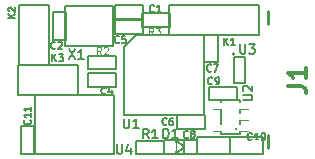
<source format=gto>
G04 #@! TF.GenerationSoftware,KiCad,Pcbnew,(5.1.10-1-10_14)*
G04 #@! TF.CreationDate,2021-07-01T15:51:22+08:00*
G04 #@! TF.ProjectId,fst-01,6673742d-3031-42e6-9b69-6361645f7063,1.3*
G04 #@! TF.SameCoordinates,PX791ddc0PY5e69114*
G04 #@! TF.FileFunction,Legend,Top*
G04 #@! TF.FilePolarity,Positive*
%FSLAX45Y45*%
G04 Gerber Fmt 4.5, Leading zero omitted, Abs format (unit mm)*
G04 Created by KiCad (PCBNEW (5.1.10-1-10_14)) date 2021-07-01 15:51:22*
%MOMM*%
%LPD*%
G01*
G04 APERTURE LIST*
%ADD10C,0.149860*%
%ADD11C,0.152400*%
%ADD12C,0.076200*%
%ADD13C,0.066040*%
%ADD14C,0.150000*%
%ADD15C,0.254000*%
%ADD16C,0.125025*%
%ADD17C,0.125000*%
%ADD18C,0.304800*%
%ADD19R,0.800100X0.698500*%
%ADD20R,1.524000X1.524000*%
%ADD21C,1.524000*%
%ADD22R,0.500380X0.398780*%
%ADD23R,1.905000X1.905000*%
%ADD24R,0.749300X0.299720*%
%ADD25R,0.299720X0.749300*%
%ADD26R,0.749300X0.500380*%
%ADD27R,1.198880X0.548640*%
%ADD28R,0.797560X0.797560*%
%ADD29R,1.397000X1.193800*%
%ADD30R,0.698500X0.800100*%
%ADD31R,0.899160X1.000760*%
%ADD32O,3.500120X1.501140*%
%ADD33C,1.399540*%
%ADD34C,1.518920*%
%ADD35C,1.099820*%
G04 APERTURE END LIST*
D10*
G04 #@! TO.C,R3*
X59931Y450471D02*
X-175273Y450471D01*
X59931Y565279D02*
X59931Y450471D01*
X-175273Y565279D02*
X59931Y565279D01*
X-175273Y450471D02*
X-175273Y565279D01*
D11*
G04 #@! TO.C,K1*
X812953Y380811D02*
X50953Y380811D01*
X812953Y634811D02*
X812953Y380811D01*
X50953Y634811D02*
X812953Y634811D01*
X50953Y380811D02*
X50953Y634811D01*
D10*
G04 #@! TO.C,R2*
X-629353Y202408D02*
X-394149Y202408D01*
X-629353Y87600D02*
X-629353Y202408D01*
X-394149Y87600D02*
X-629353Y87600D01*
X-394149Y202408D02*
X-394149Y87600D01*
D11*
G04 #@! TO.C,K3*
X-1221220Y-128121D02*
X-1221220Y125879D01*
X-713220Y125879D02*
X-713220Y-128121D01*
D10*
X-713220Y-128121D02*
X-1221220Y-128121D01*
X-1221220Y125879D02*
X-713220Y125879D01*
G04 #@! TO.C,U3*
X602742Y-28702D02*
X602742Y191262D01*
X697738Y191262D02*
X697738Y-28702D01*
X607444Y216154D02*
G75*
G03*
X607444Y216154I-9020J0D01*
G01*
X697738Y-28702D02*
X602742Y-28702D01*
X697738Y191262D02*
X602742Y191262D01*
G04 #@! TO.C,U1*
X-229870Y378206D02*
X-329946Y278130D01*
X-329946Y278130D02*
X-329946Y-302006D01*
X350266Y378206D02*
X350266Y-302006D01*
X350266Y-302006D02*
X-329946Y-302006D01*
X-229870Y378206D02*
X350266Y378206D01*
G04 #@! TO.C,U4*
X-1084326Y-630936D02*
X-1084326Y-131064D01*
X-414274Y-630936D02*
X-1084326Y-630936D01*
X-414274Y-131064D02*
X-414274Y-630936D01*
X-1084326Y-131064D02*
X-414274Y-131064D01*
D12*
G04 #@! TO.C,U2*
X625823Y-417322D02*
G75*
G03*
X625823Y-417322I-6825J0D01*
G01*
D11*
X493268Y-369570D02*
X493268Y-360172D01*
X493268Y-274828D02*
X493268Y-265430D01*
X493268Y-459486D02*
X493268Y-450088D01*
X493268Y-184912D02*
X493268Y-175514D01*
X654812Y-175514D02*
X654812Y-184912D01*
X654812Y-450088D02*
X654812Y-459486D01*
X654812Y-265430D02*
X654812Y-274828D01*
X654812Y-360172D02*
X654812Y-369570D01*
X493268Y-459486D02*
X493268Y-175514D01*
X654812Y-459486D02*
X493268Y-459486D01*
X654812Y-175514D02*
X654812Y-459486D01*
X493268Y-175514D02*
X654812Y-175514D01*
D13*
X489204Y-437388D02*
X424180Y-437388D01*
X424180Y-437388D02*
X424180Y-387350D01*
X489204Y-387350D02*
X424180Y-387350D01*
X489204Y-437388D02*
X489204Y-387350D01*
X489204Y-342392D02*
X489204Y-292608D01*
X489204Y-247650D02*
X424180Y-247650D01*
X424180Y-247650D02*
X424180Y-197612D01*
X489204Y-197612D02*
X424180Y-197612D01*
X489204Y-247650D02*
X489204Y-197612D01*
X723900Y-247650D02*
X658876Y-247650D01*
X658876Y-247650D02*
X658876Y-197612D01*
X723900Y-197612D02*
X658876Y-197612D01*
X723900Y-247650D02*
X723900Y-197612D01*
X723900Y-342392D02*
X658876Y-342392D01*
X658876Y-342392D02*
X658876Y-292608D01*
X723900Y-292608D02*
X658876Y-292608D01*
X723900Y-342392D02*
X723900Y-292608D01*
X723900Y-437388D02*
X658876Y-437388D01*
X658876Y-437388D02*
X658876Y-387350D01*
X723900Y-387350D02*
X658876Y-387350D01*
X723900Y-437388D02*
X723900Y-387350D01*
D10*
G04 #@! TO.C,D1*
X184846Y-506476D02*
X184846Y-631444D01*
X14986Y-631444D02*
X289814Y-631444D01*
X14986Y-506476D02*
X14986Y-631444D01*
X289814Y-506476D02*
X14986Y-506476D01*
X289814Y-631444D02*
X289814Y-506476D01*
D14*
X112400Y-508960D02*
X112400Y-628960D01*
X182400Y-568960D02*
X112400Y-628960D01*
X112400Y-508960D02*
X182400Y-568960D01*
D10*
G04 #@! TO.C,X1*
X-419100Y624840D02*
X-419100Y289560D01*
X-825500Y624840D02*
X-419100Y624840D01*
X-825500Y289560D02*
X-825500Y624840D01*
X-419100Y289560D02*
X-825500Y289560D01*
G04 #@! TO.C,C11*
X-1200404Y-395478D02*
X-1085596Y-395478D01*
X-1200404Y-630682D02*
X-1200404Y-395478D01*
X-1085596Y-630682D02*
X-1200404Y-630682D01*
X-1085596Y-395478D02*
X-1085596Y-630682D01*
G04 #@! TO.C,C9*
X625602Y-59436D02*
X625602Y-174244D01*
X390398Y-59436D02*
X625602Y-59436D01*
X390398Y-174244D02*
X390398Y-59436D01*
X625602Y-174244D02*
X390398Y-174244D01*
G04 #@! TO.C,C2*
X-931164Y574802D02*
X-816356Y574802D01*
X-931164Y339598D02*
X-931164Y574802D01*
X-816356Y339598D02*
X-931164Y339598D01*
X-816356Y574802D02*
X-816356Y339598D01*
G04 #@! TO.C,C4*
X-395478Y57404D02*
X-395478Y-57404D01*
X-630682Y57404D02*
X-395478Y57404D01*
X-630682Y-57404D02*
X-630682Y57404D01*
X-395478Y-57404D02*
X-630682Y-57404D01*
G04 #@! TO.C,C5*
X-404951Y387486D02*
X-404951Y502294D01*
X-169747Y387486D02*
X-404951Y387486D01*
X-169747Y502294D02*
X-169747Y387486D01*
X-404951Y502294D02*
X-169747Y502294D01*
G04 #@! TO.C,C6*
X358902Y-298196D02*
X358902Y-413004D01*
X123698Y-298196D02*
X358902Y-298196D01*
X123698Y-413004D02*
X123698Y-298196D01*
X358902Y-413004D02*
X123698Y-413004D01*
G04 #@! TO.C,C7*
X351536Y381762D02*
X466344Y381762D01*
X351536Y146558D02*
X351536Y381762D01*
X466344Y146558D02*
X351536Y146558D01*
X466344Y381762D02*
X466344Y146558D01*
G04 #@! TO.C,C1*
X-169747Y632733D02*
X-169747Y517925D01*
X-404951Y632733D02*
X-169747Y632733D01*
X-404951Y517925D02*
X-404951Y632733D01*
X-169747Y517925D02*
X-404951Y517925D01*
G04 #@! TO.C,R1*
X-221742Y-516636D02*
X13462Y-516636D01*
X-221742Y-631444D02*
X-221742Y-516636D01*
X13462Y-631444D02*
X-221742Y-631444D01*
X13462Y-516636D02*
X13462Y-631444D01*
G04 #@! TO.C,C8*
X571754Y-631190D02*
X289306Y-631190D01*
X571754Y-486410D02*
X571754Y-631190D01*
X289306Y-486410D02*
X571754Y-486410D01*
X289306Y-631190D02*
X289306Y-486410D01*
G04 #@! TO.C,C10*
X571246Y-486410D02*
X853694Y-486410D01*
X571246Y-631190D02*
X571246Y-486410D01*
X853694Y-631190D02*
X571246Y-631190D01*
X853694Y-486410D02*
X853694Y-631190D01*
D15*
G04 #@! TO.C,J1*
X889000Y-469900D02*
X889000Y-579882D01*
X889000Y469900D02*
X889000Y579882D01*
D11*
G04 #@! TO.C,K2*
X-1219979Y635000D02*
X-965979Y635000D01*
X-965979Y127000D02*
X-1219979Y127000D01*
D10*
X-1219979Y127000D02*
X-1219979Y635000D01*
X-965979Y635000D02*
X-965979Y127000D01*
G04 #@! TO.C,R3*
D16*
X-78317Y381430D02*
X-98320Y410006D01*
X-112609Y381430D02*
X-112609Y441440D01*
X-89748Y441440D01*
X-84033Y438582D01*
X-81175Y435725D01*
X-78317Y430009D01*
X-78317Y421437D01*
X-81175Y415721D01*
X-84033Y412864D01*
X-89748Y410006D01*
X-112609Y410006D01*
X-58314Y441440D02*
X-21165Y441440D01*
X-41168Y418579D01*
X-32595Y418579D01*
X-26880Y415721D01*
X-24022Y412864D01*
X-21165Y407148D01*
X-21165Y392860D01*
X-24022Y387145D01*
X-26880Y384288D01*
X-32595Y381430D01*
X-49741Y381430D01*
X-55456Y384288D01*
X-58314Y387145D01*
G04 #@! TO.C,K1*
D10*
X522328Y295274D02*
X522328Y355218D01*
X556582Y295274D02*
X530892Y329528D01*
X556582Y355218D02*
X522328Y320964D01*
X613672Y295274D02*
X579418Y295274D01*
X596545Y295274D02*
X596545Y355218D01*
X590836Y346655D01*
X585127Y340946D01*
X579418Y338091D01*
G04 #@! TO.C,R2*
D17*
X-519911Y217651D02*
X-539912Y246223D01*
X-554197Y217651D02*
X-554197Y277652D01*
X-531340Y277652D01*
X-525626Y274794D01*
X-522769Y271937D01*
X-519911Y266223D01*
X-519911Y257651D01*
X-522769Y251937D01*
X-525626Y249080D01*
X-531340Y246223D01*
X-554197Y246223D01*
X-497054Y271937D02*
X-494197Y274794D01*
X-488483Y277652D01*
X-474197Y277652D01*
X-468483Y274794D01*
X-465626Y271937D01*
X-462769Y266223D01*
X-462769Y260509D01*
X-465626Y251937D01*
X-499911Y217651D01*
X-462769Y217651D01*
G04 #@! TO.C,K3*
D10*
X-933244Y157182D02*
X-933244Y217125D01*
X-898991Y157182D02*
X-924681Y191435D01*
X-898991Y217125D02*
X-933244Y182872D01*
X-879009Y217125D02*
X-841901Y217125D01*
X-861882Y194290D01*
X-853319Y194290D01*
X-847610Y191435D01*
X-844756Y188581D01*
X-841901Y182872D01*
X-841901Y168599D01*
X-844756Y162891D01*
X-847610Y160036D01*
X-853319Y157182D01*
X-870446Y157182D01*
X-876155Y160036D01*
X-879009Y162891D01*
G04 #@! TO.C,U3*
D11*
X655320Y300355D02*
X655320Y235585D01*
X659130Y227965D01*
X662940Y224155D01*
X670560Y220345D01*
X685800Y220345D01*
X693420Y224155D01*
X697230Y227965D01*
X701040Y235585D01*
X701040Y300355D01*
X731520Y300355D02*
X781050Y300355D01*
X754380Y269875D01*
X765810Y269875D01*
X773430Y266065D01*
X777240Y262255D01*
X781050Y254635D01*
X781050Y235585D01*
X777240Y227965D01*
X773430Y224155D01*
X765810Y220345D01*
X742950Y220345D01*
X735330Y224155D01*
X731520Y227965D01*
G04 #@! TO.C,U1*
X-327660Y-329565D02*
X-327660Y-394335D01*
X-323850Y-401955D01*
X-320040Y-405765D01*
X-312420Y-409575D01*
X-297180Y-409575D01*
X-289560Y-405765D01*
X-285750Y-401955D01*
X-281940Y-394335D01*
X-281940Y-329565D01*
X-201930Y-409575D02*
X-247650Y-409575D01*
X-224790Y-409575D02*
X-224790Y-329565D01*
X-232410Y-340995D01*
X-240030Y-348615D01*
X-247650Y-352425D01*
G04 #@! TO.C,U4*
X-388620Y-548005D02*
X-388620Y-612775D01*
X-384810Y-620395D01*
X-381000Y-624205D01*
X-373380Y-628015D01*
X-358140Y-628015D01*
X-350520Y-624205D01*
X-346710Y-620395D01*
X-342900Y-612775D01*
X-342900Y-548005D01*
X-270510Y-574675D02*
X-270510Y-628015D01*
X-289560Y-544195D02*
X-308610Y-601345D01*
X-259080Y-601345D01*
G04 #@! TO.C,U2*
X676275Y-175260D02*
X741045Y-175260D01*
X748665Y-171450D01*
X752475Y-167640D01*
X756285Y-160020D01*
X756285Y-144780D01*
X752475Y-137160D01*
X748665Y-133350D01*
X741045Y-129540D01*
X676275Y-129540D01*
X683895Y-95250D02*
X680085Y-91440D01*
X676275Y-83820D01*
X676275Y-64770D01*
X680085Y-57150D01*
X683895Y-53340D01*
X691515Y-49530D01*
X699135Y-49530D01*
X710565Y-53340D01*
X756285Y-99060D01*
X756285Y-49530D01*
G04 #@! TO.C,D1*
X4445Y-493395D02*
X4445Y-413385D01*
X23495Y-413385D01*
X34925Y-417195D01*
X42545Y-424815D01*
X46355Y-432435D01*
X50165Y-447675D01*
X50165Y-459105D01*
X46355Y-474345D01*
X42545Y-481965D01*
X34925Y-489585D01*
X23495Y-493395D01*
X4445Y-493395D01*
X126365Y-493395D02*
X80645Y-493395D01*
X103505Y-493395D02*
X103505Y-413385D01*
X95885Y-424815D01*
X88265Y-432435D01*
X80645Y-436245D01*
G04 #@! TO.C,X1*
X-793750Y257175D02*
X-740410Y177165D01*
X-740410Y257175D02*
X-793750Y177165D01*
X-668020Y177165D02*
X-713740Y177165D01*
X-690880Y177165D02*
X-690880Y257175D01*
X-698500Y245745D01*
X-706120Y238125D01*
X-713740Y234315D01*
G04 #@! TO.C,C11*
D10*
X-1121592Y-340795D02*
X-1118737Y-343650D01*
X-1115883Y-352213D01*
X-1115883Y-357922D01*
X-1118737Y-366486D01*
X-1124446Y-372195D01*
X-1130155Y-375049D01*
X-1141573Y-377904D01*
X-1150136Y-377904D01*
X-1161554Y-375049D01*
X-1167263Y-372195D01*
X-1172972Y-366486D01*
X-1175827Y-357922D01*
X-1175827Y-352213D01*
X-1172972Y-343650D01*
X-1170118Y-340795D01*
X-1115883Y-283706D02*
X-1115883Y-317960D01*
X-1115883Y-300833D02*
X-1175827Y-300833D01*
X-1167263Y-306542D01*
X-1161554Y-312251D01*
X-1158700Y-317960D01*
X-1115883Y-226616D02*
X-1115883Y-260870D01*
X-1115883Y-243743D02*
X-1175827Y-243743D01*
X-1167263Y-249452D01*
X-1161554Y-255161D01*
X-1158700Y-260870D01*
G04 #@! TO.C,C9*
X421809Y-32839D02*
X418955Y-35693D01*
X410391Y-38548D01*
X404682Y-38548D01*
X396119Y-35693D01*
X390410Y-29984D01*
X387556Y-24275D01*
X384701Y-12857D01*
X384701Y-4294D01*
X387556Y7124D01*
X390410Y12833D01*
X396119Y18542D01*
X404682Y21397D01*
X410391Y21397D01*
X418955Y18542D01*
X421809Y15688D01*
X450354Y-38548D02*
X461772Y-38548D01*
X467481Y-35693D01*
X470335Y-32839D01*
X476044Y-24275D01*
X478899Y-12857D01*
X478899Y9979D01*
X476044Y15688D01*
X473190Y18542D01*
X467481Y21397D01*
X456063Y21397D01*
X450354Y18542D01*
X447500Y15688D01*
X444645Y9979D01*
X444645Y-4294D01*
X447500Y-10003D01*
X450354Y-12857D01*
X456063Y-15712D01*
X467481Y-15712D01*
X473190Y-12857D01*
X476044Y-10003D01*
X478899Y-4294D01*
G04 #@! TO.C,C2*
X-909151Y268152D02*
X-912005Y265297D01*
X-920569Y262443D01*
X-926278Y262443D01*
X-934841Y265297D01*
X-940550Y271006D01*
X-943404Y276715D01*
X-946259Y288133D01*
X-946259Y296696D01*
X-943404Y308114D01*
X-940550Y313823D01*
X-934841Y319532D01*
X-926278Y322387D01*
X-920569Y322387D01*
X-912005Y319532D01*
X-909151Y316678D01*
X-886315Y316678D02*
X-883460Y319532D01*
X-877751Y322387D01*
X-863479Y322387D01*
X-857770Y319532D01*
X-854916Y316678D01*
X-852061Y310969D01*
X-852061Y305260D01*
X-854916Y296696D01*
X-889169Y262443D01*
X-852061Y262443D01*
G04 #@! TO.C,C4*
X-482431Y-117928D02*
X-485285Y-120783D01*
X-493849Y-123637D01*
X-499558Y-123637D01*
X-508121Y-120783D01*
X-513830Y-115074D01*
X-516684Y-109365D01*
X-519539Y-97947D01*
X-519539Y-89384D01*
X-516684Y-77966D01*
X-513830Y-72257D01*
X-508121Y-66548D01*
X-499558Y-63693D01*
X-493849Y-63693D01*
X-485285Y-66548D01*
X-482431Y-69402D01*
X-431050Y-83675D02*
X-431050Y-123637D01*
X-445322Y-60839D02*
X-459595Y-103656D01*
X-422487Y-103656D01*
G04 #@! TO.C,C5*
X-369345Y317637D02*
X-372200Y314783D01*
X-380763Y311928D01*
X-386472Y311928D01*
X-395036Y314783D01*
X-400745Y320492D01*
X-403599Y326201D01*
X-406453Y337619D01*
X-406453Y346182D01*
X-403599Y357600D01*
X-400745Y363309D01*
X-395036Y369018D01*
X-386472Y371872D01*
X-380763Y371872D01*
X-372200Y369018D01*
X-369345Y366163D01*
X-315110Y371872D02*
X-343655Y371872D01*
X-346510Y343328D01*
X-343655Y346182D01*
X-337946Y349037D01*
X-323674Y349037D01*
X-317965Y346182D01*
X-315110Y343328D01*
X-312256Y337619D01*
X-312256Y323346D01*
X-315110Y317637D01*
X-317965Y314783D01*
X-323674Y311928D01*
X-337946Y311928D01*
X-343655Y314783D01*
X-346510Y317637D01*
G04 #@! TO.C,C6*
X34459Y-378278D02*
X31605Y-381133D01*
X23041Y-383987D01*
X17332Y-383987D01*
X8769Y-381133D01*
X3060Y-375424D01*
X206Y-369715D01*
X-2649Y-358297D01*
X-2649Y-349734D01*
X206Y-338316D01*
X3060Y-332607D01*
X8769Y-326898D01*
X17332Y-324044D01*
X23041Y-324044D01*
X31605Y-326898D01*
X34459Y-329752D01*
X85840Y-324044D02*
X74422Y-324044D01*
X68713Y-326898D01*
X65859Y-329752D01*
X60150Y-338316D01*
X57295Y-349734D01*
X57295Y-372570D01*
X60150Y-378278D01*
X63004Y-381133D01*
X68713Y-383987D01*
X80131Y-383987D01*
X85840Y-381133D01*
X88694Y-378278D01*
X91549Y-372570D01*
X91549Y-358297D01*
X88694Y-352588D01*
X85840Y-349734D01*
X80131Y-346879D01*
X68713Y-346879D01*
X63004Y-349734D01*
X60150Y-352588D01*
X57295Y-358297D01*
G04 #@! TO.C,C7*
X411649Y75112D02*
X408795Y72257D01*
X400231Y69403D01*
X394522Y69403D01*
X385959Y72257D01*
X380250Y77966D01*
X377396Y83675D01*
X374541Y95093D01*
X374541Y103656D01*
X377396Y115074D01*
X380250Y120783D01*
X385959Y126492D01*
X394522Y129346D01*
X400231Y129346D01*
X408795Y126492D01*
X411649Y123638D01*
X431631Y129346D02*
X471593Y129346D01*
X445903Y69403D01*
G04 #@! TO.C,C1*
X-73972Y579261D02*
X-76826Y576406D01*
X-85390Y573552D01*
X-91098Y573552D01*
X-99662Y576406D01*
X-105371Y582115D01*
X-108225Y587824D01*
X-111080Y599242D01*
X-111080Y607805D01*
X-108225Y619223D01*
X-105371Y624932D01*
X-99662Y630641D01*
X-91098Y633496D01*
X-85390Y633496D01*
X-76826Y630641D01*
X-73972Y627787D01*
X-16882Y573552D02*
X-51136Y573552D01*
X-34009Y573552D02*
X-34009Y633496D01*
X-39718Y624932D01*
X-45427Y619223D01*
X-51136Y616369D01*
G04 #@! TO.C,R1*
D11*
X-117475Y-495935D02*
X-144145Y-457835D01*
X-163195Y-495935D02*
X-163195Y-415925D01*
X-132715Y-415925D01*
X-125095Y-419735D01*
X-121285Y-423545D01*
X-117475Y-431165D01*
X-117475Y-442595D01*
X-121285Y-450215D01*
X-125095Y-454025D01*
X-132715Y-457835D01*
X-163195Y-457835D01*
X-41275Y-495935D02*
X-86995Y-495935D01*
X-64135Y-495935D02*
X-64135Y-415925D01*
X-71755Y-427355D01*
X-79375Y-434975D01*
X-86995Y-438785D01*
G04 #@! TO.C,C8*
D10*
X213529Y-486228D02*
X210675Y-489083D01*
X202111Y-491937D01*
X196402Y-491937D01*
X187839Y-489083D01*
X182130Y-483374D01*
X179276Y-477665D01*
X176421Y-466247D01*
X176421Y-457684D01*
X179276Y-446266D01*
X182130Y-440557D01*
X187839Y-434848D01*
X196402Y-431993D01*
X202111Y-431993D01*
X210675Y-434848D01*
X213529Y-437702D01*
X247783Y-457684D02*
X242074Y-454829D01*
X239220Y-451975D01*
X236365Y-446266D01*
X236365Y-443411D01*
X239220Y-437702D01*
X242074Y-434848D01*
X247783Y-431993D01*
X259201Y-431993D01*
X264910Y-434848D01*
X267764Y-437702D01*
X270619Y-443411D01*
X270619Y-446266D01*
X267764Y-451975D01*
X264910Y-454829D01*
X259201Y-457684D01*
X247783Y-457684D01*
X242074Y-460538D01*
X239220Y-463393D01*
X236365Y-469102D01*
X236365Y-480520D01*
X239220Y-486228D01*
X242074Y-489083D01*
X247783Y-491937D01*
X259201Y-491937D01*
X264910Y-489083D01*
X267764Y-486228D01*
X270619Y-480520D01*
X270619Y-469102D01*
X267764Y-463393D01*
X264910Y-460538D01*
X259201Y-457684D01*
G04 #@! TO.C,C10*
X755214Y-505278D02*
X752360Y-508133D01*
X743797Y-510987D01*
X738088Y-510987D01*
X729524Y-508133D01*
X723815Y-502424D01*
X720961Y-496715D01*
X718106Y-485297D01*
X718106Y-476734D01*
X720961Y-465316D01*
X723815Y-459607D01*
X729524Y-453898D01*
X738088Y-451043D01*
X743797Y-451043D01*
X752360Y-453898D01*
X755214Y-456752D01*
X812304Y-510987D02*
X778050Y-510987D01*
X795177Y-510987D02*
X795177Y-451043D01*
X789468Y-459607D01*
X783759Y-465316D01*
X778050Y-468170D01*
X849412Y-451043D02*
X855121Y-451043D01*
X860830Y-453898D01*
X863685Y-456752D01*
X866539Y-462461D01*
X869394Y-473879D01*
X869394Y-488152D01*
X866539Y-499570D01*
X863685Y-505278D01*
X860830Y-508133D01*
X855121Y-510987D01*
X849412Y-510987D01*
X843703Y-508133D01*
X840849Y-505278D01*
X837994Y-499570D01*
X835140Y-488152D01*
X835140Y-473879D01*
X837994Y-462461D01*
X840849Y-456752D01*
X843703Y-453898D01*
X849412Y-451043D01*
G04 #@! TO.C,J1*
D18*
X1059543Y-50800D02*
X1168400Y-50800D01*
X1190171Y-58057D01*
X1204686Y-72571D01*
X1211943Y-94343D01*
X1211943Y-108857D01*
X1211943Y101600D02*
X1211943Y14514D01*
X1211943Y58057D02*
X1059543Y58057D01*
X1081314Y43543D01*
X1095829Y29029D01*
X1103086Y14514D01*
G04 #@! TO.C,K2*
D10*
X-1246202Y522176D02*
X-1306146Y522176D01*
X-1246202Y556429D02*
X-1280455Y530739D01*
X-1306146Y556429D02*
X-1271892Y522176D01*
X-1300437Y579265D02*
X-1303291Y582120D01*
X-1306146Y587829D01*
X-1306146Y602101D01*
X-1303291Y607810D01*
X-1300437Y610664D01*
X-1294728Y613519D01*
X-1289019Y613519D01*
X-1280455Y610664D01*
X-1246202Y576411D01*
X-1246202Y613519D01*
G04 #@! TD*
%LPC*%
D19*
G04 #@! TO.C,R3*
X-112535Y507875D03*
X-2807Y507875D03*
G04 #@! TD*
D20*
G04 #@! TO.C,K1*
X177953Y507811D03*
D21*
X431953Y507811D03*
X685953Y507811D03*
G04 #@! TD*
D19*
G04 #@! TO.C,R2*
X-456887Y145004D03*
X-566615Y145004D03*
G04 #@! TD*
D21*
G04 #@! TO.C,K3*
X-840220Y-1121D03*
X-1094220Y-1121D03*
G04 #@! TD*
D22*
G04 #@! TO.C,U3*
X555244Y146304D03*
X555244Y81280D03*
X555244Y16256D03*
X745236Y16256D03*
X745236Y81280D03*
X745236Y146304D03*
G04 #@! TD*
D23*
G04 #@! TO.C,U1*
X-93980Y-66040D03*
X114300Y-66040D03*
X114300Y142240D03*
D24*
X-267462Y238252D03*
X-267462Y188214D03*
X-267462Y138176D03*
X-267462Y88138D03*
X-267462Y38100D03*
X-267462Y-11938D03*
X-267462Y-61976D03*
X-267462Y-112014D03*
X-267462Y-162052D03*
D25*
X-189992Y-239522D03*
X-139954Y-239522D03*
X-89916Y-239522D03*
X-39878Y-239522D03*
X10160Y-239522D03*
X60198Y-239522D03*
X110236Y-239522D03*
X160274Y-239522D03*
X210312Y-239522D03*
D24*
X287782Y-162052D03*
X287782Y-112014D03*
X287782Y-61976D03*
X287782Y-11938D03*
X287782Y38100D03*
X287782Y88138D03*
X287782Y138176D03*
X287782Y188214D03*
X287782Y238252D03*
D25*
X210312Y315722D03*
X160274Y315722D03*
X110236Y315722D03*
X60198Y315722D03*
X10160Y315722D03*
X-39878Y315722D03*
X-89916Y315722D03*
X-139954Y315722D03*
X-189992Y315722D03*
D23*
X-93980Y142240D03*
G04 #@! TD*
D26*
G04 #@! TO.C,U4*
X-486918Y-317500D03*
X-486918Y-190500D03*
X-486918Y-444500D03*
X-1011682Y-190500D03*
X-1011682Y-317500D03*
X-1011682Y-444500D03*
X-1011682Y-571500D03*
X-486918Y-571500D03*
G04 #@! TD*
D27*
G04 #@! TO.C,U2*
X703834Y-412496D03*
X703834Y-317500D03*
X703834Y-222504D03*
X444246Y-222504D03*
X444040Y-412500D03*
G04 #@! TD*
D28*
G04 #@! TO.C,D1*
X77470Y-568960D03*
X227330Y-568960D03*
G04 #@! TD*
D29*
G04 #@! TO.C,X1*
X-732282Y372110D03*
X-732282Y542290D03*
X-512318Y542290D03*
X-512318Y372110D03*
G04 #@! TD*
D30*
G04 #@! TO.C,C11*
X-1143000Y-567944D03*
X-1143000Y-458216D03*
G04 #@! TD*
D19*
G04 #@! TO.C,C9*
X453136Y-116840D03*
X562864Y-116840D03*
G04 #@! TD*
D30*
G04 #@! TO.C,C2*
X-873760Y402336D03*
X-873760Y512064D03*
G04 #@! TD*
D19*
G04 #@! TO.C,C4*
X-567944Y0D03*
X-458216Y0D03*
G04 #@! TD*
G04 #@! TO.C,C5*
X-232485Y444890D03*
X-342213Y444890D03*
G04 #@! TD*
G04 #@! TO.C,C6*
X186436Y-355600D03*
X296164Y-355600D03*
G04 #@! TD*
D30*
G04 #@! TO.C,C7*
X408940Y209296D03*
X408940Y319024D03*
G04 #@! TD*
D19*
G04 #@! TO.C,C1*
X-342213Y575329D03*
X-232485Y575329D03*
G04 #@! TD*
G04 #@! TO.C,R1*
X-49276Y-574040D03*
X-159004Y-574040D03*
G04 #@! TD*
D31*
G04 #@! TO.C,C8*
X356616Y-558800D03*
X506984Y-558800D03*
G04 #@! TD*
G04 #@! TO.C,C10*
X786384Y-558800D03*
X636016Y-558800D03*
G04 #@! TD*
D32*
G04 #@! TO.C,J1*
X1099058Y569976D03*
X1099058Y-569976D03*
D33*
X889000Y-100076D03*
X889000Y100076D03*
D34*
X889000Y-350012D03*
X889000Y350012D03*
D35*
X1099058Y-225044D03*
X1099058Y225044D03*
G04 #@! TD*
D20*
G04 #@! TO.C,K2*
X-1092979Y254000D03*
X-1092979Y508000D03*
G04 #@! TD*
M02*

</source>
